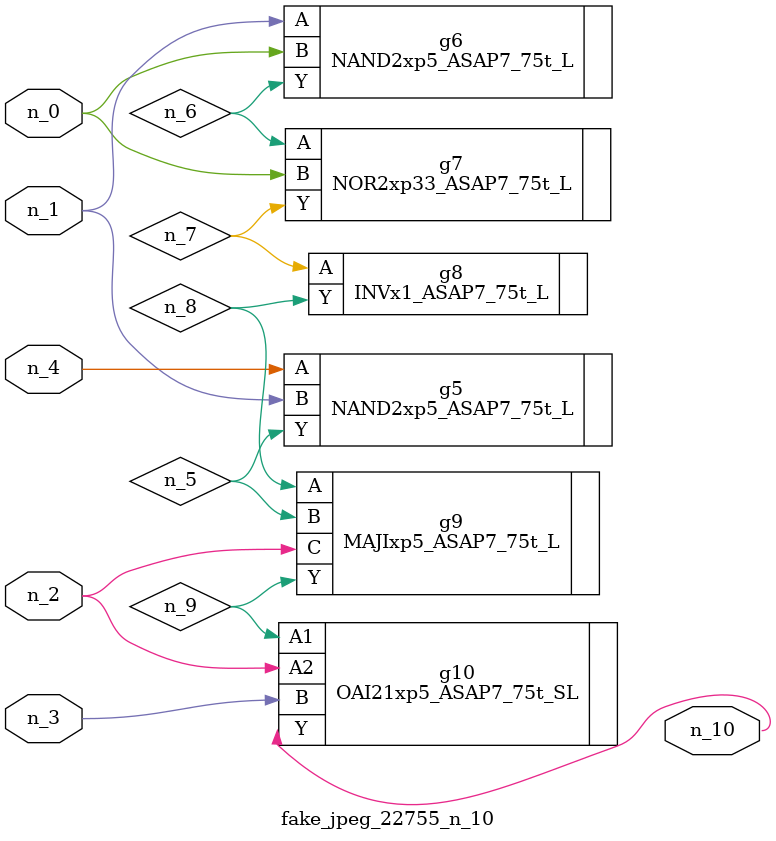
<source format=v>
module fake_jpeg_22755_n_10 (n_3, n_2, n_1, n_0, n_4, n_10);

input n_3;
input n_2;
input n_1;
input n_0;
input n_4;

output n_10;

wire n_8;
wire n_9;
wire n_6;
wire n_5;
wire n_7;

NAND2xp5_ASAP7_75t_L g5 ( 
.A(n_4),
.B(n_1),
.Y(n_5)
);

NAND2xp5_ASAP7_75t_L g6 ( 
.A(n_1),
.B(n_0),
.Y(n_6)
);

NOR2xp33_ASAP7_75t_L g7 ( 
.A(n_6),
.B(n_0),
.Y(n_7)
);

INVx1_ASAP7_75t_L g8 ( 
.A(n_7),
.Y(n_8)
);

MAJIxp5_ASAP7_75t_L g9 ( 
.A(n_8),
.B(n_5),
.C(n_2),
.Y(n_9)
);

OAI21xp5_ASAP7_75t_SL g10 ( 
.A1(n_9),
.A2(n_2),
.B(n_3),
.Y(n_10)
);


endmodule
</source>
